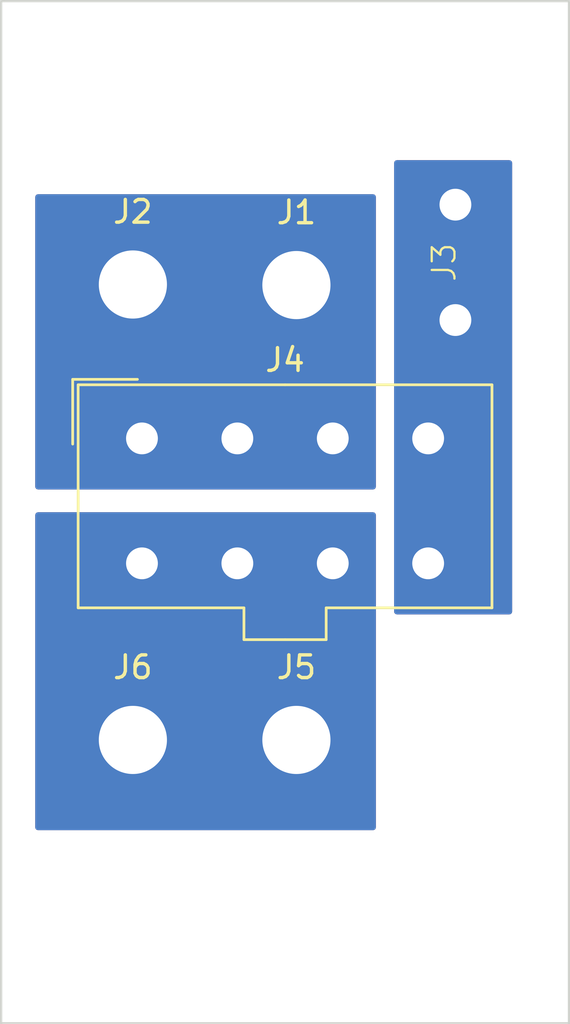
<source format=kicad_pcb>
(kicad_pcb (version 20240108) (generator "pcbnew") (generator_version "8.0")
  (title_block (comment 4 "AISLER Project ID: OVQURNRV"))
  (layers (0 "F.Cu" signal) (31 "B.Cu" signal) (34 "B.Paste" user) (35 "F.Paste" user) (36 "B.SilkS" user "B.Silkscreen") (37 "F.SilkS" user "F.Silkscreen") (38 "B.Mask" user) (39 "F.Mask" user) (44 "Edge.Cuts" user))
  (net 0 "")
  (net 1 "Net-(J3-Pin_1)")
  (net 2 "Net-(J4-Pin_5)")
  (net 3 "Net-(J1-Pin_1)")
  (footprint "mylib_connector:flat_connector_4_75_mm" (layer "F.Cu") (at 170 92.5 90)
    (property "Reference" "J3" (at 0 -0.5 90) (layer "F.SilkS") (effects (font (thickness 0.1))))
    (property "Value" "PE")
    (pad "1" thru_hole circle (at -2.54 0 90) (size 2.8 2.8) (drill 1.4) (layers "*.Cu" "*.Mask") (net 1 "Net-(J3-Pin_1)"))
    (pad "1" thru_hole circle (at 2.54 0 90) (size 2.8 2.8) (drill 1.4) (layers "*.Cu" "*.Mask") (net 1 "Net-(J3-Pin_1)"))
  )
  (footprint "MountingHole:MountingHole_3.2mm_M3" (layer "F.Cu") (at 160 121)
    (property "Reference" "REF**" (hide yes))
    (property "Value" "MountingHole_3.2mm_M3")
    (pad "" np_thru_hole circle (at 0 0) (size 3.2 3.2) (drill 3.2) (layers "*.Cu" "*.Mask"))
  )
  (footprint "Connector_Molex:Molex_Mini-Fit_Jr_5566-08A_2x04_P4.20mm_Vertical" (layer "F.Cu") (at 156.2 100.25)
    (property "Reference" "J4" (at 6.3 -3.45 0) (layer "F.SilkS"))
    (property "Value" "Conn_02x04_Top_Bottom")
    (fp_line (start -3.05 -2.6) (end -3.05 0.25) (stroke (width 0.12)) (layer "F.SilkS"))
    (fp_line (start -2.81 -2.36) (end -2.81 7.46) (stroke (width 0.12)) (layer "F.SilkS"))
    (fp_line (start -2.81 7.46) (end 4.49 7.46) (stroke (width 0.12)) (layer "F.SilkS"))
    (fp_line (start -0.2 -2.6) (end -3.05 -2.6) (stroke (width 0.12)) (layer "F.SilkS"))
    (fp_line (start 4.49 7.46) (end 4.49 8.86) (stroke (width 0.12)) (layer "F.SilkS"))
    (fp_line (start 4.49 8.86) (end 6.3 8.86) (stroke (width 0.12)) (layer "F.SilkS"))
    (fp_line (start 6.3 -2.36) (end -2.81 -2.36) (stroke (width 0.12)) (layer "F.SilkS"))
    (fp_line (start 6.3 -2.36) (end 15.41 -2.36) (stroke (width 0.12)) (layer "F.SilkS"))
    (fp_line (start 8.11 7.46) (end 8.11 8.86) (stroke (width 0.12)) (layer "F.SilkS"))
    (fp_line (start 8.11 8.86) (end 6.3 8.86) (stroke (width 0.12)) (layer "F.SilkS"))
    (fp_line (start 15.41 -2.36) (end 15.41 7.46) (stroke (width 0.12)) (layer "F.SilkS"))
    (fp_line (start 15.41 7.46) (end 8.11 7.46) (stroke (width 0.12)) (layer "F.SilkS"))
    (pad "1" thru_hole roundrect (at 0 0) (size 2.7 3.3) (drill 1.4) (layers "*.Cu" "*.Mask") (roundrect_rratio 0.092593) (net 3 "Net-(J1-Pin_1)"))
    (pad "2" thru_hole oval (at 4.2 0) (size 2.7 3.3) (drill 1.4) (layers "*.Cu" "*.Mask") (net 3 "Net-(J1-Pin_1)"))
    (pad "3" thru_hole oval (at 8.4 0) (size 2.7 3.3) (drill 1.4) (layers "*.Cu" "*.Mask") (net 3 "Net-(J1-Pin_1)"))
    (pad "4" thru_hole oval (at 12.6 0) (size 2.7 3.3) (drill 1.4) (layers "*.Cu" "*.Mask") (net 1 "Net-(J3-Pin_1)"))
    (pad "5" thru_hole oval (at 0 5.5) (size 2.7 3.3) (drill 1.4) (layers "*.Cu" "*.Mask") (net 2 "Net-(J4-Pin_5)"))
    (pad "6" thru_hole oval (at 4.2 5.5) (size 2.7 3.3) (drill 1.4) (layers "*.Cu" "*.Mask") (net 2 "Net-(J4-Pin_5)"))
    (pad "7" thru_hole oval (at 8.4 5.5) (size 2.7 3.3) (drill 1.4) (layers "*.Cu" "*.Mask") (net 2 "Net-(J4-Pin_5)"))
    (pad "8" thru_hole oval (at 12.6 5.5) (size 2.7 3.3) (drill 1.4) (layers "*.Cu" "*.Mask") (net 1 "Net-(J3-Pin_1)"))
  )
  (footprint "MountingHole:MountingHole_3.2mm_M3" (layer "F.Cu") (at 160 86 180)
    (property "Reference" "REF**" (hide yes))
    (property "Value" "MountingHole_3.2mm_M3")
    (pad "" np_thru_hole circle (at 0 0 180) (size 3.2 3.2) (drill 3.2) (layers "*.Cu" "*.Mask"))
  )
  (footprint "Connector_Wire:SolderWire-2.5sqmm_1x01_D2.4mm_OD3.6mm" (layer "F.Cu") (at 163 93.5)
    (property "Reference" "J1" (at 0 -3.2 0) (layer "F.SilkS"))
    (property "Value" "orange")
    (pad "1" thru_hole roundrect (at 0 0) (size 4 4) (drill 3) (layers "*.Cu" "*.Mask") (roundrect_rratio 0.0625) (net 3 "Net-(J1-Pin_1)"))
  )
  (footprint "Connector_Wire:SolderWire-2.5sqmm_1x01_D2.4mm_OD3.6mm" (layer "F.Cu") (at 155.8 113.525)
    (property "Reference" "J6" (at 0 -3.2 0) (layer "F.SilkS"))
    (property "Value" "grey")
    (pad "1" thru_hole roundrect (at 0 0) (size 4 4) (drill 3) (layers "*.Cu" "*.Mask") (roundrect_rratio 0.0625) (net 2 "Net-(J4-Pin_5)"))
  )
  (footprint "Connector_Wire:SolderWire-2.5sqmm_1x01_D2.4mm_OD3.6mm" (layer "F.Cu") (at 155.8 93.475)
    (property "Reference" "J2" (at 0 -3.2 0) (layer "F.SilkS"))
    (property "Value" "black")
    (pad "1" thru_hole roundrect (at 0 0) (size 4 4) (drill 3) (layers "*.Cu" "*.Mask") (roundrect_rratio 0.0625) (net 3 "Net-(J1-Pin_1)"))
  )
  (footprint "Connector_Wire:SolderWire-2.5sqmm_1x01_D2.4mm_OD3.6mm" (layer "F.Cu") (at 163 113.525)
    (property "Reference" "J5" (at 0 -3.2 0) (layer "F.SilkS"))
    (property "Value" "red")
    (pad "1" thru_hole roundrect (at 0 0) (size 4 4) (drill 3) (layers "*.Cu" "*.Mask") (roundrect_rratio 0.0625) (net 2 "Net-(J4-Pin_5)"))
  )
  (gr_rect (start 150 81) (end 175 126) (stroke (width 0.1)) (fill none) (layer "Edge.Cuts"))
  (zone (net 2) (net_name "Net-(J4-Pin_5)") (layers "F&B.Cu") (connect_pads yes (clearance 0.5)) (min_thickness 0.25) (fill yes (thermal_gap 0.5) (thermal_bridge_width 0.5))
    (polygon (pts (xy 151.5 103.5) (xy 166.5 103.5) (xy 166.5 117.5) (xy 151.5 117.5)))
  )
  (zone (net 1) (net_name "Net-(J3-Pin_1)") (layers "F&B.Cu") (priority 2) (connect_pads yes (clearance 0.5)) (min_thickness 0.25) (fill yes (thermal_gap 0.5) (thermal_bridge_width 0.5) (island_removal_mode 1) (island_area_min 10))
    (polygon (pts (xy 167.3 88) (xy 167.3 108) (xy 172.5 108) (xy 172.5 88)))
  )
  (zone (net 3) (net_name "Net-(J1-Pin_1)") (layers "F&B.Cu") (priority 1) (connect_pads yes (clearance 0.5)) (min_thickness 0.25) (fill yes (thermal_gap 0.5) (thermal_bridge_width 0.5))
    (polygon (pts (xy 151.5 89.5) (xy 166.5 89.5) (xy 166.5 102.5) (xy 151.5 102.5)))
  )
)
</source>
